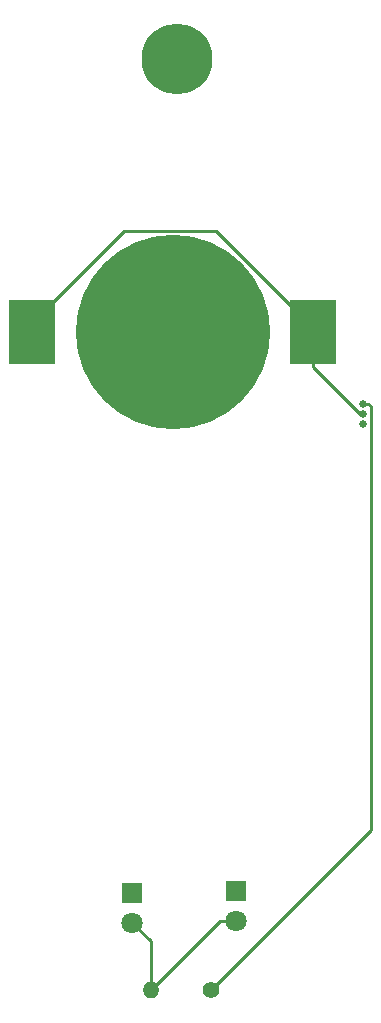
<source format=gbr>
%TF.GenerationSoftware,KiCad,Pcbnew,(6.0.1)*%
%TF.CreationDate,2022-06-23T18:30:01-05:00*%
%TF.ProjectId,lantern-lts,6c616e74-6572-46e2-9d6c-74732e6b6963,rev?*%
%TF.SameCoordinates,Original*%
%TF.FileFunction,Copper,L2,Bot*%
%TF.FilePolarity,Positive*%
%FSLAX46Y46*%
G04 Gerber Fmt 4.6, Leading zero omitted, Abs format (unit mm)*
G04 Created by KiCad (PCBNEW (6.0.1)) date 2022-06-23 18:30:01*
%MOMM*%
%LPD*%
G01*
G04 APERTURE LIST*
%TA.AperFunction,SMDPad,CuDef*%
%ADD10R,3.857800X5.472400*%
%TD*%
%TA.AperFunction,SMDPad,CuDef*%
%ADD11R,3.908600X5.523200*%
%TD*%
%TA.AperFunction,SMDPad,CuDef*%
%ADD12C,16.459512*%
%TD*%
%TA.AperFunction,ComponentPad*%
%ADD13C,6.000000*%
%TD*%
%TA.AperFunction,ComponentPad*%
%ADD14C,0.650000*%
%TD*%
%TA.AperFunction,ComponentPad*%
%ADD15C,1.400000*%
%TD*%
%TA.AperFunction,ComponentPad*%
%ADD16O,1.400000X1.400000*%
%TD*%
%TA.AperFunction,ComponentPad*%
%ADD17R,1.800000X1.800000*%
%TD*%
%TA.AperFunction,ComponentPad*%
%ADD18C,1.800000*%
%TD*%
%TA.AperFunction,ViaPad*%
%ADD19C,0.600000*%
%TD*%
%TA.AperFunction,Conductor*%
%ADD20C,0.250000*%
%TD*%
G04 APERTURE END LIST*
D10*
%TO.P,BT1,1,+*%
%TO.N,Net-(BT1-Pad1)*%
X134841000Y-76276200D03*
D11*
X111031000Y-76276200D03*
D12*
%TO.P,BT1,2,-*%
%TO.N,GND*%
X122936000Y-76276200D03*
%TD*%
D13*
%TO.P,REF\u002A\u002A,*%
%TO.N,*%
X123291600Y-53162200D03*
%TD*%
D14*
%TO.P,SW1,1,A*%
%TO.N,Net-(R1-Pad1)*%
X139064400Y-82321400D03*
%TO.P,SW1,2,B*%
%TO.N,Net-(BT1-Pad1)*%
X139064400Y-83185000D03*
%TO.P,SW1,3,C*%
%TO.N,unconnected-(SW1-Pad3)*%
X139064400Y-84048600D03*
%TD*%
D15*
%TO.P,R1,1*%
%TO.N,Net-(R1-Pad1)*%
X126136400Y-132003800D03*
D16*
%TO.P,R1,2*%
%TO.N,VCC*%
X121056400Y-132003800D03*
%TD*%
D17*
%TO.P,D2,1,K*%
%TO.N,GND*%
X119481600Y-123743800D03*
D18*
%TO.P,D2,2,A*%
%TO.N,VCC*%
X119481600Y-126283800D03*
%TD*%
D17*
%TO.P,D1,1,K*%
%TO.N,GND*%
X128320800Y-123591400D03*
D18*
%TO.P,D1,2,A*%
%TO.N,VCC*%
X128320800Y-126131400D03*
%TD*%
D19*
%TO.N,GND*%
X118237000Y-73685400D03*
X127711200Y-73609200D03*
%TD*%
D20*
%TO.N,Net-(BT1-Pad1)*%
X138763600Y-83185000D02*
X139064400Y-83185000D01*
X134841000Y-79262400D02*
X138763600Y-83185000D01*
X134841000Y-76276200D02*
X134841000Y-79262400D01*
X126624533Y-67721933D02*
X134841000Y-75938400D01*
X111031000Y-75468900D02*
X118777967Y-67721933D01*
X111031000Y-76276200D02*
X111031000Y-75468900D01*
X118777967Y-67721933D02*
X126624533Y-67721933D01*
X134841000Y-75938400D02*
X134841000Y-76276200D01*
%TO.N,GND*%
X120345200Y-73685400D02*
X122936000Y-76276200D01*
X118237000Y-73685400D02*
X120345200Y-73685400D01*
X125603000Y-73609200D02*
X122936000Y-76276200D01*
X127711200Y-73609200D02*
X125603000Y-73609200D01*
%TO.N,Net-(R1-Pad1)*%
X139713911Y-82538511D02*
X139496800Y-82321400D01*
X139713911Y-118426289D02*
X139713911Y-82538511D01*
X139496800Y-82321400D02*
X139064400Y-82321400D01*
X126136400Y-132003800D02*
X139713911Y-118426289D01*
%TO.N,VCC*%
X121056400Y-132003800D02*
X121056400Y-127858600D01*
X121056400Y-127858600D02*
X119481600Y-126283800D01*
X126928800Y-126131400D02*
X121056400Y-132003800D01*
X128320800Y-126131400D02*
X126928800Y-126131400D01*
%TD*%
M02*

</source>
